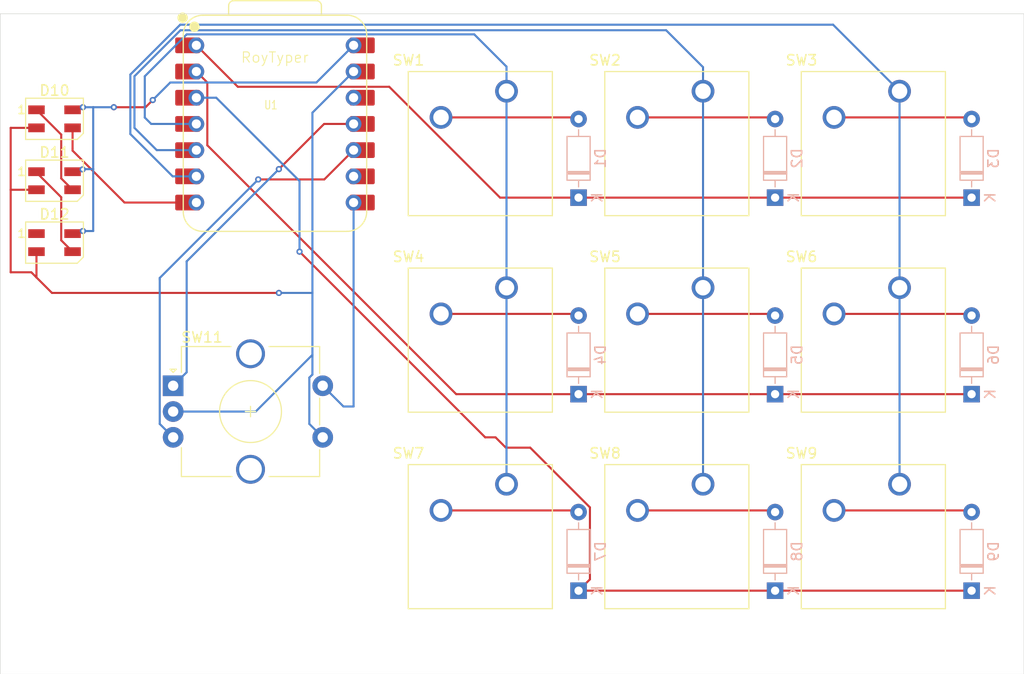
<source format=kicad_pcb>
(kicad_pcb (version 20241229) (generator "pcbnew") (generator_version "9.0")
  (layers (0 "F.Cu" signal) (2 "B.Cu" signal) (13 "F.Paste" user) (15 "B.Paste" user) (5 "F.SilkS" user "F.Silkscreen") (7 "B.SilkS" user "B.Silkscreen") (1 "F.Mask" user) (3 "B.Mask" user) (25 "Edge.Cuts" user))
  (net 0 "")
  (net 1 "Row1")
  (net 2 "Net-(D1-A)")
  (net 3 "Net-(D2-A)")
  (net 4 "Net-(D3-A)")
  (net 5 "Row2")
  (net 6 "Net-(D4-A)")
  (net 7 "Net-(D5-A)")
  (net 8 "Net-(D6-A)")
  (net 9 "Net-(D7-A)")
  (net 10 "Row3")
  (net 11 "Net-(D8-A)")
  (net 12 "Net-(D9-A)")
  (net 13 "Net-(D10-DIN)")
  (net 14 "Net-(D10-DOUT)")
  (net 15 "Col1")
  (net 16 "Col2")
  (net 17 "Col3")
  (net 18 "Net-(U1-GPIO3{slash}MOSI)")
  (net 20 "GND")
  (net 21 "Net-(U1-GPIO4{slash}MISO)")
  (net 22 "Net-(U1-GPIO1{slash}RX)")
  (net 23 "+5V")
  (net 25 "Net-(D11-DOUT)")
  (footprint "3dModels:LED_SK6812MINI_PLCC4_3.5x3.5mm_P1.75mm" (layer "F.Cu") (at 58.475 79.45)
    (property "Reference" "D12" (at 0 -2.75 0) (layer "F.SilkS"))
    (property "Value" "SK6812MINI")
    (fp_line (start -2.8 -2) (end -2.8 2) (stroke (width 0.12)) (layer "F.SilkS"))
    (fp_line (start -2.8 -2) (end 2.8 -2) (stroke (width 0.12)) (layer "F.SilkS"))
    (fp_line (start -2.8 2) (end 2.2 2) (stroke (width 0.12)) (layer "F.SilkS"))
    (fp_line (start 2.8 1.4) (end 2.2 2) (stroke (width 0.12)) (layer "F.SilkS"))
    (fp_line (start 2.8 1.4) (end 2.8 -2) (stroke (width 0.12)) (layer "F.SilkS"))
    (fp_text user "1" (at -3.2 -0.875 0) (layer "F.SilkS") (effects (font (size 0.8 0.8))))
    (pad "1" smd rect (at -1.75 -0.875) (size 1.6 0.85) (layers "F.Cu" "F.Mask" "F.Paste"))
    (pad "2" smd rect (at -1.75 0.875) (size 1.6 0.85) (layers "F.Cu" "F.Mask" "F.Paste") (net 20 "GND"))
    (pad "3" smd rect (at 1.75 0.875) (size 1.6 0.85) (layers "F.Cu" "F.Mask" "F.Paste") (net 25 "Net-(D11-DOUT)"))
    (pad "4" smd rect (at 1.75 -0.875) (size 1.6 0.85) (layers "F.Cu" "F.Mask" "F.Paste") (net 23 "+5V"))
  )
  (footprint "3dModels:SW_Cherry_MX_1.00u_PCB" (layer "F.Cu") (at 140.39 64.77)
    (property "Reference" "SW3" (at -9.5 -3 0) (layer "F.SilkS"))
    (property "Value" "SW_Push_45deg")
    (fp_line (start -9.525 -1.905) (end 4.445 -1.905) (stroke (width 0.12)) (layer "F.SilkS"))
    (fp_line (start -9.525 12.065) (end -9.525 -1.905) (stroke (width 0.12)) (layer "F.SilkS"))
    (fp_line (start 4.445 -1.905) (end 4.445 12.065) (stroke (width 0.12)) (layer "F.SilkS"))
    (fp_line (start 4.445 12.065) (end -9.525 12.065) (stroke (width 0.12)) (layer "F.SilkS"))
    (pad "" np_thru_hole circle (at -7.62 5.08) (size 1.7 1.7) (drill 1.7) (layers "*.Cu" "*.Mask"))
    (pad "" np_thru_hole circle (at -2.54 5.08) (size 4 4) (drill 4) (layers "*.Cu" "*.Mask"))
    (pad "" np_thru_hole circle (at 2.54 5.08) (size 1.7 1.7) (drill 1.7) (layers "*.Cu" "*.Mask"))
    (pad "1" thru_hole circle (at 0 0) (size 2.2 2.2) (drill 1.5) (layers "*.Cu" "*.Mask") (net 17 "Col3"))
    (pad "2" thru_hole circle (at -6.35 2.54) (size 2.2 2.2) (drill 1.5) (layers "*.Cu" "*.Mask") (net 4 "Net-(D3-A)"))
  )
  (footprint "3dModels:SW_Cherry_MX_1.00u_PCB" (layer "F.Cu") (at 140.39 83.82)
    (property "Reference" "SW6" (at -9.5 -3 0) (layer "F.SilkS"))
    (property "Value" "SW_Push_45deg")
    (fp_line (start -9.525 -1.905) (end 4.445 -1.905) (stroke (width 0.12)) (layer "F.SilkS"))
    (fp_line (start -9.525 12.065) (end -9.525 -1.905) (stroke (width 0.12)) (layer "F.SilkS"))
    (fp_line (start 4.445 -1.905) (end 4.445 12.065) (stroke (width 0.12)) (layer "F.SilkS"))
    (fp_line (start 4.445 12.065) (end -9.525 12.065) (stroke (width 0.12)) (layer "F.SilkS"))
    (pad "" np_thru_hole circle (at -7.62 5.08) (size 1.7 1.7) (drill 1.7) (layers "*.Cu" "*.Mask"))
    (pad "" np_thru_hole circle (at -2.54 5.08) (size 4 4) (drill 4) (layers "*.Cu" "*.Mask"))
    (pad "" np_thru_hole circle (at 2.54 5.08) (size 1.7 1.7) (drill 1.7) (layers "*.Cu" "*.Mask"))
    (pad "1" thru_hole circle (at 0 0) (size 2.2 2.2) (drill 1.5) (layers "*.Cu" "*.Mask") (net 17 "Col3"))
    (pad "2" thru_hole circle (at -6.35 2.54) (size 2.2 2.2) (drill 1.5) (layers "*.Cu" "*.Mask") (net 8 "Net-(D6-A)"))
  )
  (footprint "3dModels:SW_Cherry_MX_1.00u_PCB" (layer "F.Cu") (at 102.29 64.77)
    (property "Reference" "SW1" (at -9.5 -3 0) (layer "F.SilkS"))
    (property "Value" "SW_Push_45deg")
    (fp_line (start -9.525 -1.905) (end 4.445 -1.905) (stroke (width 0.12)) (layer "F.SilkS"))
    (fp_line (start -9.525 12.065) (end -9.525 -1.905) (stroke (width 0.12)) (layer "F.SilkS"))
    (fp_line (start 4.445 -1.905) (end 4.445 12.065) (stroke (width 0.12)) (layer "F.SilkS"))
    (fp_line (start 4.445 12.065) (end -9.525 12.065) (stroke (width 0.12)) (layer "F.SilkS"))
    (pad "" np_thru_hole circle (at -7.62 5.08) (size 1.7 1.7) (drill 1.7) (layers "*.Cu" "*.Mask"))
    (pad "" np_thru_hole circle (at -2.54 5.08) (size 4 4) (drill 4) (layers "*.Cu" "*.Mask"))
    (pad "" np_thru_hole circle (at 2.54 5.08) (size 1.7 1.7) (drill 1.7) (layers "*.Cu" "*.Mask"))
    (pad "1" thru_hole circle (at 0 0) (size 2.2 2.2) (drill 1.5) (layers "*.Cu" "*.Mask") (net 15 "Col1"))
    (pad "2" thru_hole circle (at -6.35 2.54) (size 2.2 2.2) (drill 1.5) (layers "*.Cu" "*.Mask") (net 2 "Net-(D1-A)"))
  )
  (footprint "3dModels:SW_Cherry_MX_1.00u_PCB" (layer "F.Cu") (at 102.29 83.82)
    (property "Reference" "SW4" (at -9.5 -3 0) (layer "F.SilkS"))
    (property "Value" "SW_Push_45deg")
    (fp_line (start -9.525 -1.905) (end 4.445 -1.905) (stroke (width 0.12)) (layer "F.SilkS"))
    (fp_line (start -9.525 12.065) (end -9.525 -1.905) (stroke (width 0.12)) (layer "F.SilkS"))
    (fp_line (start 4.445 -1.905) (end 4.445 12.065) (stroke (width 0.12)) (layer "F.SilkS"))
    (fp_line (start 4.445 12.065) (end -9.525 12.065) (stroke (width 0.12)) (layer "F.SilkS"))
    (pad "" np_thru_hole circle (at -7.62 5.08) (size 1.7 1.7) (drill 1.7) (layers "*.Cu" "*.Mask"))
    (pad "" np_thru_hole circle (at -2.54 5.08) (size 4 4) (drill 4) (layers "*.Cu" "*.Mask"))
    (pad "" np_thru_hole circle (at 2.54 5.08) (size 1.7 1.7) (drill 1.7) (layers "*.Cu" "*.Mask"))
    (pad "1" thru_hole circle (at 0 0) (size 2.2 2.2) (drill 1.5) (layers "*.Cu" "*.Mask") (net 15 "Col1"))
    (pad "2" thru_hole circle (at -6.35 2.54) (size 2.2 2.2) (drill 1.5) (layers "*.Cu" "*.Mask") (net 6 "Net-(D4-A)"))
  )
  (footprint "3dModels:SW_Cherry_MX_1.00u_PCB" (layer "F.Cu") (at 121.34 83.82)
    (property "Reference" "SW5" (at -9.5 -3 0) (layer "F.SilkS"))
    (property "Value" "SW_Push_45deg")
    (fp_line (start -9.525 -1.905) (end 4.445 -1.905) (stroke (width 0.12)) (layer "F.SilkS"))
    (fp_line (start -9.525 12.065) (end -9.525 -1.905) (stroke (width 0.12)) (layer "F.SilkS"))
    (fp_line (start 4.445 -1.905) (end 4.445 12.065) (stroke (width 0.12)) (layer "F.SilkS"))
    (fp_line (start 4.445 12.065) (end -9.525 12.065) (stroke (width 0.12)) (layer "F.SilkS"))
    (pad "" np_thru_hole circle (at -7.62 5.08) (size 1.7 1.7) (drill 1.7) (layers "*.Cu" "*.Mask"))
    (pad "" np_thru_hole circle (at -2.54 5.08) (size 4 4) (drill 4) (layers "*.Cu" "*.Mask"))
    (pad "" np_thru_hole circle (at 2.54 5.08) (size 1.7 1.7) (drill 1.7) (layers "*.Cu" "*.Mask"))
    (pad "1" thru_hole circle (at 0 0) (size 2.2 2.2) (drill 1.5) (layers "*.Cu" "*.Mask") (net 16 "Col2"))
    (pad "2" thru_hole circle (at -6.35 2.54) (size 2.2 2.2) (drill 1.5) (layers "*.Cu" "*.Mask") (net 7 "Net-(D5-A)"))
  )
  (footprint "3dModels:SW_Cherry_MX_1.00u_PCB" (layer "F.Cu") (at 121.34 64.77)
    (property "Reference" "SW2" (at -9.5 -3 0) (layer "F.SilkS"))
    (property "Value" "SW_Push_45deg")
    (fp_line (start -9.525 -1.905) (end 4.445 -1.905) (stroke (width 0.12)) (layer "F.SilkS"))
    (fp_line (start -9.525 12.065) (end -9.525 -1.905) (stroke (width 0.12)) (layer "F.SilkS"))
    (fp_line (start 4.445 -1.905) (end 4.445 12.065) (stroke (width 0.12)) (layer "F.SilkS"))
    (fp_line (start 4.445 12.065) (end -9.525 12.065) (stroke (width 0.12)) (layer "F.SilkS"))
    (pad "" np_thru_hole circle (at -7.62 5.08) (size 1.7 1.7) (drill 1.7) (layers "*.Cu" "*.Mask"))
    (pad "" np_thru_hole circle (at -2.54 5.08) (size 4 4) (drill 4) (layers "*.Cu" "*.Mask"))
    (pad "" np_thru_hole circle (at 2.54 5.08) (size 1.7 1.7) (drill 1.7) (layers "*.Cu" "*.Mask"))
    (pad "1" thru_hole circle (at 0 0) (size 2.2 2.2) (drill 1.5) (layers "*.Cu" "*.Mask") (net 16 "Col2"))
    (pad "2" thru_hole circle (at -6.35 2.54) (size 2.2 2.2) (drill 1.5) (layers "*.Cu" "*.Mask") (net 3 "Net-(D2-A)"))
  )
  (footprint "3dModels:RotaryEncoder_Alps_EC12E-Switch_Vertical_H20mm_CircularMountingHoles" (layer "F.Cu") (at 69.975 93.325)
    (property "Reference" "SW11" (at 2.8 -4.7 0) (layer "F.SilkS"))
    (property "Value" "RotaryEncoder_Switch")
    (fp_line (start -0.3 -1.6) (end 0.3 -1.6) (stroke (width 0.12)) (layer "F.SilkS"))
    (fp_line (start 0 -1.3) (end -0.3 -1.6) (stroke (width 0.12)) (layer "F.SilkS"))
    (fp_line (start 0.3 -1.6) (end 0 -1.3) (stroke (width 0.12)) (layer "F.SilkS"))
    (fp_line (start 0.8 -3.8) (end 0.8 -1.3) (stroke (width 0.12)) (layer "F.SilkS"))
    (fp_line (start 0.8 8.8) (end 0.8 6) (stroke (width 0.12)) (layer "F.SilkS"))
    (fp_line (start 5.6 -3.8) (end 0.8 -3.8) (stroke (width 0.12)) (layer "F.SilkS"))
    (fp_line (start 5.7 8.8) (end 0.8 8.8) (stroke (width 0.12)) (layer "F.SilkS"))
    (fp_line (start 7 2.5) (end 8 2.5) (stroke (width 0.12)) (layer "F.SilkS"))
    (fp_line (start 7.5 2) (end 7.5 3) (stroke (width 0.12)) (layer "F.SilkS"))
    (fp_line (start 9.3 -3.8) (end 14.2 -3.8) (stroke (width 0.12)) (layer "F.SilkS"))
    (fp_line (start 14.2 -3.8) (end 14.2 -1.2) (stroke (width 0.12)) (layer "F.SilkS"))
    (fp_line (start 14.2 1.2) (end 14.2 3.8) (stroke (width 0.12)) (layer "F.SilkS"))
    (fp_line (start 14.2 6.2) (end 14.2 8.8) (stroke (width 0.12)) (layer "F.SilkS"))
    (fp_line (start 14.2 8.8) (end 9.3 8.8) (stroke (width 0.12)) (layer "F.SilkS"))
    (fp_circle (center 7.5 2.5) (end 10.5 2.5) (stroke (width 0.12)) (fill no) (layer "F.SilkS"))
    (pad "A" thru_hole rect (at 0 0) (size 2 2) (drill 1) (layers "*.Cu" "*.Mask") (net 18 "Net-(U1-GPIO3{slash}MOSI)"))
    (pad "B" thru_hole circle (at 0 5) (size 2 2) (drill 1) (layers "*.Cu" "*.Mask") (net 21 "Net-(U1-GPIO4{slash}MISO)"))
    (pad "C" thru_hole circle (at 0 2.5) (size 2 2) (drill 1) (layers "*.Cu" "*.Mask") (net 20 "GND"))
    (pad "MP" thru_hole circle (at 7.5 -3.1) (size 2.8 2.8) (drill 2.2) (layers "*.Cu" "*.Mask"))
    (pad "MP" thru_hole circle (at 7.5 8.1) (size 2.8 2.8) (drill 2.2) (layers "*.Cu" "*.Mask"))
    (pad "S1" thru_hole circle (at 14.5 0) (size 2 2) (drill 1) (layers "*.Cu" "*.Mask") (net 22 "Net-(U1-GPIO1{slash}RX)"))
    (pad "S2" thru_hole circle (at 14.5 5) (size 2 2) (drill 1) (layers "*.Cu" "*.Mask") (net 20 "GND"))
  )
  (footprint "3dModels:SW_Cherry_MX_1.00u_PCB" (layer "F.Cu") (at 140.39 102.87)
    (property "Reference" "SW9" (at -9.5 -3 0) (layer "F.SilkS"))
    (property "Value" "SW_Push_45deg")
    (fp_line (start -9.525 -1.905) (end 4.445 -1.905) (stroke (width 0.12)) (layer "F.SilkS"))
    (fp_line (start -9.525 12.065) (end -9.525 -1.905) (stroke (width 0.12)) (layer "F.SilkS"))
    (fp_line (start 4.445 -1.905) (end 4.445 12.065) (stroke (width 0.12)) (layer "F.SilkS"))
    (fp_line (start 4.445 12.065) (end -9.525 12.065) (stroke (width 0.12)) (layer "F.SilkS"))
    (pad "" np_thru_hole circle (at -7.62 5.08) (size 1.7 1.7) (drill 1.7) (layers "*.Cu" "*.Mask"))
    (pad "" np_thru_hole circle (at -2.54 5.08) (size 4 4) (drill 4) (layers "*.Cu" "*.Mask"))
    (pad "" np_thru_hole circle (at 2.54 5.08) (size 1.7 1.7) (drill 1.7) (layers "*.Cu" "*.Mask"))
    (pad "1" thru_hole circle (at 0 0) (size 2.2 2.2) (drill 1.5) (layers "*.Cu" "*.Mask") (net 17 "Col3"))
    (pad "2" thru_hole circle (at -6.35 2.54) (size 2.2 2.2) (drill 1.5) (layers "*.Cu" "*.Mask") (net 12 "Net-(D9-A)"))
  )
  (footprint "3dModels:SW_Cherry_MX_1.00u_PCB" (layer "F.Cu") (at 102.29 102.87)
    (property "Reference" "SW7" (at -9.5 -3 0) (layer "F.SilkS"))
    (property "Value" "SW_Push_45deg")
    (fp_line (start -9.525 -1.905) (end 4.445 -1.905) (stroke (width 0.12)) (layer "F.SilkS"))
    (fp_line (start -9.525 12.065) (end -9.525 -1.905) (stroke (width 0.12)) (layer "F.SilkS"))
    (fp_line (start 4.445 -1.905) (end 4.445 12.065) (stroke (width 0.12)) (layer "F.SilkS"))
    (fp_line (start 4.445 12.065) (end -9.525 12.065) (stroke (width 0.12)) (layer "F.SilkS"))
    (pad "" np_thru_hole circle (at -7.62 5.08) (size 1.7 1.7) (drill 1.7) (layers "*.Cu" "*.Mask"))
    (pad "" np_thru_hole circle (at -2.54 5.08) (size 4 4) (drill 4) (layers "*.Cu" "*.Mask"))
    (pad "" np_thru_hole circle (at 2.54 5.08) (size 1.7 1.7) (drill 1.7) (layers "*.Cu" "*.Mask"))
    (pad "1" thru_hole circle (at 0 0) (size 2.2 2.2) (drill 1.5) (layers "*.Cu" "*.Mask") (net 15 "Col1"))
    (pad "2" thru_hole circle (at -6.35 2.54) (size 2.2 2.2) (drill 1.5) (layers "*.Cu" "*.Mask") (net 9 "Net-(D7-A)"))
  )
  (footprint "3dModels:LED_SK6812MINI_PLCC4_3.5x3.5mm_P1.75mm" (layer "F.Cu") (at 58.475 73.45)
    (property "Reference" "D11" (at 0 -2.75 0) (layer "F.SilkS"))
    (property "Value" "SK6812MINI")
    (fp_line (start -2.8 -2) (end -2.8 2) (stroke (width 0.12)) (layer "F.SilkS"))
    (fp_line (start -2.8 -2) (end 2.8 -2) (stroke (width 0.12)) (layer "F.SilkS"))
    (fp_line (start -2.8 2) (end 2.2 2) (stroke (width 0.12)) (layer "F.SilkS"))
    (fp_line (start 2.8 1.4) (end 2.2 2) (stroke (width 0.12)) (layer "F.SilkS"))
    (fp_line (start 2.8 1.4) (end 2.8 -2) (stroke (width 0.12)) (layer "F.SilkS"))
    (fp_text user "1" (at -3.2 -0.875 0) (layer "F.SilkS") (effects (font (size 0.8 0.8))))
    (pad "1" smd rect (at -1.75 -0.875) (size 1.6 0.85) (layers "F.Cu" "F.Mask" "F.Paste") (net 25 "Net-(D11-DOUT)"))
    (pad "2" smd rect (at -1.75 0.875) (size 1.6 0.85) (layers "F.Cu" "F.Mask" "F.Paste") (net 20 "GND"))
    (pad "3" smd rect (at 1.75 0.875) (size 1.6 0.85) (layers "F.Cu" "F.Mask" "F.Paste") (net 14 "Net-(D10-DOUT)"))
    (pad "4" smd rect (at 1.75 -0.875) (size 1.6 0.85) (layers "F.Cu" "F.Mask" "F.Paste") (net 23 "+5V"))
  )
  (footprint "3dModels:SW_Cherry_MX_1.00u_PCB" (layer "F.Cu") (at 121.34 102.87)
    (property "Reference" "SW8" (at -9.5 -3 0) (layer "F.SilkS"))
    (property "Value" "SW_Push_45deg")
    (fp_line (start -9.525 -1.905) (end 4.445 -1.905) (stroke (width 0.12)) (layer "F.SilkS"))
    (fp_line (start -9.525 12.065) (end -9.525 -1.905) (stroke (width 0.12)) (layer "F.SilkS"))
    (fp_line (start 4.445 -1.905) (end 4.445 12.065) (stroke (width 0.12)) (layer "F.SilkS"))
    (fp_line (start 4.445 12.065) (end -9.525 12.065) (stroke (width 0.12)) (layer "F.SilkS"))
    (pad "" np_thru_hole circle (at -7.62 5.08) (size 1.7 1.7) (drill 1.7) (layers "*.Cu" "*.Mask"))
    (pad "" np_thru_hole circle (at -2.54 5.08) (size 4 4) (drill 4) (layers "*.Cu" "*.Mask"))
    (pad "" np_thru_hole circle (at 2.54 5.08) (size 1.7 1.7) (drill 1.7) (layers "*.Cu" "*.Mask"))
    (pad "1" thru_hole circle (at 0 0) (size 2.2 2.2) (drill 1.5) (layers "*.Cu" "*.Mask") (net 16 "Col2"))
    (pad "2" thru_hole circle (at -6.35 2.54) (size 2.2 2.2) (drill 1.5) (layers "*.Cu" "*.Mask") (net 11 "Net-(D8-A)"))
  )
  (footprint "3dModels:LED_SK6812MINI_PLCC4_3.5x3.5mm_P1.75mm" (layer "F.Cu") (at 58.475 67.45)
    (property "Reference" "D10" (at 0 -2.75 0) (layer "F.SilkS"))
    (property "Value" "SK6812MINI")
    (fp_line (start -2.8 -2) (end -2.8 2) (stroke (width 0.12)) (layer "F.SilkS"))
    (fp_line (start -2.8 -2) (end 2.8 -2) (stroke (width 0.12)) (layer "F.SilkS"))
    (fp_line (start -2.8 2) (end 2.2 2) (stroke (width 0.12)) (layer "F.SilkS"))
    (fp_line (start 2.8 1.4) (end 2.2 2) (stroke (width 0.12)) (layer "F.SilkS"))
    (fp_line (start 2.8 1.4) (end 2.8 -2) (stroke (width 0.12)) (layer "F.SilkS"))
    (fp_text user "1" (at -3.2 -0.875 0) (layer "F.SilkS") (effects (font (size 0.8 0.8))))
    (pad "1" smd rect (at -1.75 -0.875) (size 1.6 0.85) (layers "F.Cu" "F.Mask" "F.Paste") (net 14 "Net-(D10-DOUT)"))
    (pad "2" smd rect (at -1.75 0.875) (size 1.6 0.85) (layers "F.Cu" "F.Mask" "F.Paste") (net 20 "GND"))
    (pad "3" smd rect (at 1.75 0.875) (size 1.6 0.85) (layers "F.Cu" "F.Mask" "F.Paste") (net 13 "Net-(D10-DIN)"))
    (pad "4" smd rect (at 1.75 -0.875) (size 1.6 0.85) (layers "F.Cu" "F.Mask" "F.Paste") (net 23 "+5V"))
  )
  (footprint "3dModels:XIAO-RP2040-DIP" (layer "F.Cu") (at 79.845 67.945)
    (property "Reference" "U1" (at -0.4 -1.83 0) (layer "F.SilkS") (effects (font (size 0.82 0.635) (thickness 0.1016))))
    (property "Value" "XIAO-RP2040-DIP")
    (fp_line (start -8.89 8.509) (end -8.89 -8.636) (stroke (width 0.127)) (layer "F.SilkS"))
    (fp_line (start -6.985 10.414) (end 6.985 10.414) (stroke (width 0.127)) (layer "F.SilkS"))
    (fp_line (start -4.495 -10.541) (end -4.491272 -11.451272) (stroke (width 0.127)) (layer "F.SilkS"))
    (fp_line (start -3.991272 -11.951) (end 4.004 -11.951) (stroke (width 0.127)) (layer "F.SilkS"))
    (fp_line (start 4.504 -11.451) (end 4.504 -10.541) (stroke (width 0.127)) (layer "F.SilkS"))
    (fp_line (start 6.985 -10.541) (end -6.985 -10.541) (stroke (width 0.1)) (layer "F.SilkS"))
    (fp_line (start 6.985 -10.541) (end -6.985 -10.541) (stroke (width 0.127)) (layer "F.SilkS"))
    (fp_line (start 8.89 8.509) (end 8.89 -8.636) (stroke (width 0.127)) (layer "F.SilkS"))
    (fp_arc (start -8.89 -8.636) (mid -8.332038 -9.983038) (end -6.985 -10.541) (stroke (width 0.127)) (layer "F.SilkS"))
    (fp_arc (start -6.985 10.414) (mid -8.332038 9.856038) (end -8.89 8.509) (stroke (width 0.127)) (layer "F.SilkS"))
    (fp_arc (start -4.491272 -11.451272) (mid -4.344724 -11.804644) (end -3.991272 -11.951) (stroke (width 0.127)) (layer "F.SilkS"))
    (fp_arc (start 4.004 -11.951) (mid 4.357553 -11.804553) (end 4.504 -11.451) (stroke (width 0.127)) (layer "F.SilkS"))
    (fp_arc (start 6.985 -10.541) (mid 8.332038 -9.983038) (end 8.89 -8.636) (stroke (width 0.127)) (layer "F.SilkS"))
    (fp_arc (start 8.89 8.509) (mid 8.332038 9.856038) (end 6.985 10.414) (stroke (width 0.127)) (layer "F.SilkS"))
    (fp_circle (center -8.95 -10.3) (end -8.95 -10.554) (stroke (width 0.5)) (fill yes) (layer "F.SilkS"))
    (fp_circle (center -7.807 -9.42) (end -7.807 -9.674) (stroke (width 0.5)) (fill yes) (layer "F.SilkS"))
    (pad "1" smd roundrect (at -8.455 -7.62 180) (size 2.432 1.524) (layers "F.Cu" "F.Mask") (roundrect_rratio 0.1) (net 1 "Row1"))
    (pad "1" thru_hole circle (at -7.62 -7.62 180) (size 1.524 1.524) (drill 0.889) (layers "*.Cu" "*.Mask") (net 1 "Row1"))
    (pad "2" smd roundrect (at -8.455 -5.08 180) (size 2.432 1.524) (layers "F.Cu" "F.Mask") (roundrect_rratio 0.1) (net 5 "Row2"))
    (pad "2" thru_hole circle (at -7.62 -5.08 180) (size 1.524 1.524) (drill 0.889) (layers "*.Cu" "*.Mask") (net 5 "Row2"))
    (pad "3" smd roundrect (at -8.455 -2.54 180) (size 2.432 1.524) (layers "F.Cu" "F.Mask") (roundrect_rratio 0.1) (net 10 "Row3"))
    (pad "3" thru_hole circle (at -7.62 -2.54 180) (size 1.524 1.524) (drill 0.889) (layers "*.Cu" "*.Mask") (net 10 "Row3"))
    (pad "4" smd roundrect (at -8.455 0 180) (size 2.432 1.524) (layers "F.Cu" "F.Mask") (roundrect_rratio 0.1) (net 15 "Col1"))
    (pad "4" thru_hole circle (at -7.62 0 180) (size 1.524 1.524) (drill 0.889) (layers "*.Cu" "*.Mask") (net 15 "Col1"))
    (pad "5" smd roundrect (at -8.455 2.54 180) (size 2.432 1.524) (layers "F.Cu" "F.Mask") (roundrect_rratio 0.1) (net 16 "Col2"))
    (pad "5" thru_hole circle (at -7.62 2.54 180) (size 1.524 1.524) (drill 0.889) (layers "*.Cu" "*.Mask") (net 16 "Col2"))
    (pad "6" smd roundrect (at -8.455 5.08 180) (size 2.432 1.524) (layers "F.Cu" "F.Mask") (roundrect_rratio 0.1) (net 17 "Col3"))
    (pad "6" thru_hole circle (at -7.62 5.08 180) (size 1.524 1.524) (drill 0.889) (layers "*.Cu" "*.Mask") (net 17 "Col3"))
    (pad "7" smd roundrect (at -8.455 7.62 180) (size 2.432 1.524) (layers "F.Cu" "F.Mask") (roundrect_rratio 0.1) (net 13 "Net-(D10-DIN)"))
    (pad "7" thru_hole circle (at -7.62 7.62 180) (size 1.524 1.524) (drill 0.889) (layers "*.Cu" "*.Mask") (net 13 "Net-(D10-DIN)"))
    (pad "8" thru_hole circle (at 7.62 7.62) (size 1.524 1.524) (drill 0.889) (layers "*.Cu" "*.Mask") (net 22 "Net-(U1-GPIO1{slash}RX)"))
    (pad "8" smd roundrect (at 8.455 7.62) (size 2.432 1.524) (layers "F.Cu" "F.Mask") (roundrect_rratio 0.1) (net 22 "Net-(U1-GPIO1{slash}RX)"))
    (pad "9" thru_hole circle (at 7.62 5.08) (size 1.524 1.524) (drill 0.889) (layers "*.Cu" "*.Mask"))
    (pad "9" smd roundrect (at 8.455 5.08) (size 2.432 1.524) (layers "F.Cu" "F.Mask") (roundrect_rratio 0.1))
    (pad "10" thru_hole circle (at 7.62 2.54) (size 1.524 1.524) (drill 0.889) (layers "*.Cu" "*.Mask") (net 21 "Net-(U1-GPIO4{slash}MISO)"))
    (pad "10" smd roundrect (at 8.455 2.54) (size 2.432 1.524) (layers "F.Cu" "F.Mask") (roundrect_rratio 0.1) (net 21 "Net-(U1-GPIO4{slash}MISO)"))
    (pad "11" thru_hole circle (at 7.62 0) (size 1.524 1.524) (drill 0.889) (layers "*.Cu" "*.Mask") (net 18 "Net-(U1-GPIO3{slash}MOSI)"))
    (pad "11" smd roundrect (at 8.455 0) (size 2.432 1.524) (layers "F.Cu" "F.Mask") (roundrect_rratio 0.1) (net 18 "Net-(U1-GPIO3{slash}MOSI)"))
    (pad "12" thru_hole circle (at 7.62 -2.54) (size 1.524 1.524) (drill 0.889) (layers "*.Cu" "*.Mask"))
    (pad "12" smd roundrect (at 8.455 -2.54) (size 2.432 1.524) (layers "F.Cu" "F.Mask") (roundrect_rratio 0.1))
    (pad "13" thru_hole circle (at 7.62 -5.08) (size 1.524 1.524) (drill 0.889) (layers "*.Cu" "*.Mask") (net 20 "GND"))
    (pad "13" smd roundrect (at 8.455 -5.08) (size 2.432 1.524) (layers "F.Cu" "F.Mask") (roundrect_rratio 0.1) (net 20 "GND"))
    (pad "14" thru_hole circle (at 7.62 -7.62) (size 1.524 1.524) (drill 0.889) (layers "*.Cu" "*.Mask") (net 23 "+5V"))
    (pad "14" smd roundrect (at 8.455 -7.62) (size 2.432 1.524) (layers "F.Cu" "F.Mask") (roundrect_rratio 0.1) (net 23 "+5V"))
  )
  (footprint "Diode_THT:D_DO-35_SOD27_P7.62mm_Horizontal" (layer "B.Cu") (at 128.325 113.18875 90)
    (property "Reference" "D8" (at 3.81 2.12 270) (layer "B.SilkS") (effects (justify mirror)))
    (property "Value" "Diode")
    (fp_line (start 5.93 -1.12) (end 1.69 -1.12) (stroke (width 0.12)) (layer "B.SilkS"))
    (fp_line (start 2.53 -1.12) (end 2.53 1.12) (stroke (width 0.12)) (layer "B.SilkS"))
    (fp_line (start 2.41 -1.12) (end 2.41 1.12) (stroke (width 0.12)) (layer "B.SilkS"))
    (fp_line (start 2.29 -1.12) (end 2.29 1.12) (stroke (width 0.12)) (layer "B.SilkS"))
    (fp_line (start 1.69 -1.12) (end 1.69 1.12) (stroke (width 0.12)) (layer "B.SilkS"))
    (fp_line (start 5.93 0) (end 6.58 0) (stroke (width 0.12)) (layer "B.SilkS"))
    (fp_line (start 1.69 0) (end 1.04 0) (stroke (width 0.12)) (layer "B.SilkS"))
    (fp_line (start 5.93 1.12) (end 5.93 -1.12) (stroke (width 0.12)) (layer "B.SilkS"))
    (fp_line (start 1.69 1.12) (end 5.93 1.12) (stroke (width 0.12)) (layer "B.SilkS"))
    (fp_text user "K" (at 0 1.8 270) (layer "B.SilkS") (effects (justify mirror)))
    (pad "1" thru_hole rect (at 0 0 90) (size 1.6 1.6) (drill 0.8) (layers "*.Cu" "*.Mask") (net 10 "Row3"))
    (pad "2" thru_hole oval (at 7.62 0 90) (size 1.6 1.6) (drill 0.8) (layers "*.Cu" "*.Mask") (net 11 "Net-(D8-A)"))
  )
  (footprint "Diode_THT:D_DO-35_SOD27_P7.62mm_Horizontal" (layer "B.Cu") (at 109.275 113.18875 90)
    (property "Reference" "D7" (at 3.81 2.12 270) (layer "B.SilkS") (effects (justify mirror)))
    (property "Value" "Diode")
    (fp_line (start 5.93 -1.12) (end 1.69 -1.12) (stroke (width 0.12)) (layer "B.SilkS"))
    (fp_line (start 2.53 -1.12) (end 2.53 1.12) (stroke (width 0.12)) (layer "B.SilkS"))
    (fp_line (start 2.41 -1.12) (end 2.41 1.12) (stroke (width 0.12)) (layer "B.SilkS"))
    (fp_line (start 2.29 -1.12) (end 2.29 1.12) (stroke (width 0.12)) (layer "B.SilkS"))
    (fp_line (start 1.69 -1.12) (end 1.69 1.12) (stroke (width 0.12)) (layer "B.SilkS"))
    (fp_line (start 5.93 0) (end 6.58 0) (stroke (width 0.12)) (layer "B.SilkS"))
    (fp_line (start 1.69 0) (end 1.04 0) (stroke (width 0.12)) (layer "B.SilkS"))
    (fp_line (start 5.93 1.12) (end 5.93 -1.12) (stroke (width 0.12)) (layer "B.SilkS"))
    (fp_line (start 1.69 1.12) (end 5.93 1.12) (stroke (width 0.12)) (layer "B.SilkS"))
    (fp_text user "K" (at 0 1.8 270) (layer "B.SilkS") (effects (justify mirror)))
    (pad "1" thru_hole rect (at 0 0 90) (size 1.6 1.6) (drill 0.8) (layers "*.Cu" "*.Mask") (net 10 "Row3"))
    (pad "2" thru_hole oval (at 7.62 0 90) (size 1.6 1.6) (drill 0.8) (layers "*.Cu" "*.Mask") (net 9 "Net-(D7-A)"))
  )
  (footprint "Diode_THT:D_DO-35_SOD27_P7.62mm_Horizontal" (layer "B.Cu") (at 147.375 75.08875 90)
    (property "Reference" "D3" (at 3.81 2.12 270) (layer "B.SilkS") (effects (justify mirror)))
    (property "Value" "Diode")
    (fp_line (start 5.93 -1.12) (end 1.69 -1.12) (stroke (width 0.12)) (layer "B.SilkS"))
    (fp_line (start 2.53 -1.12) (end 2.53 1.12) (stroke (width 0.12)) (layer "B.SilkS"))
    (fp_line (start 2.41 -1.12) (end 2.41 1.12) (stroke (width 0.12)) (layer "B.SilkS"))
    (fp_line (start 2.29 -1.12) (end 2.29 1.12) (stroke (width 0.12)) (layer "B.SilkS"))
    (fp_line (start 1.69 -1.12) (end 1.69 1.12) (stroke (width 0.12)) (layer "B.SilkS"))
    (fp_line (start 5.93 0) (end 6.58 0) (stroke (width 0.12)) (layer "B.SilkS"))
    (fp_line (start 1.69 0) (end 1.04 0) (stroke (width 0.12)) (layer "B.SilkS"))
    (fp_line (start 5.93 1.12) (end 5.93 -1.12) (stroke (width 0.12)) (layer "B.SilkS"))
    (fp_line (start 1.69 1.12) (end 5.93 1.12) (stroke (width 0.12)) (layer "B.SilkS"))
    (fp_text user "K" (at 0 1.8 270) (layer "B.SilkS") (effects (justify mirror)))
    (pad "1" thru_hole rect (at 0 0 90) (size 1.6 1.6) (drill 0.8) (layers "*.Cu" "*.Mask") (net 1 "Row1"))
    (pad "2" thru_hole oval (at 7.62 0 90) (size 1.6 1.6) (drill 0.8) (layers "*.Cu" "*.Mask") (net 4 "Net-(D3-A)"))
  )
  (footprint "Diode_THT:D_DO-35_SOD27_P7.62mm_Horizontal" (layer "B.Cu") (at 147.375 113.18875 90)
    (property "Reference" "D9" (at 3.81 2.12 270) (layer "B.SilkS") (effects (justify mirror)))
    (property "Value" "Diode")
    (fp_line (start 5.93 -1.12) (end 1.69 -1.12) (stroke (width 0.12)) (layer "B.SilkS"))
    (fp_line (start 2.53 -1.12) (end 2.53 1.12) (stroke (width 0.12)) (layer "B.SilkS"))
    (fp_line (start 2.41 -1.12) (end 2.41 1.12) (stroke (width 0.12)) (layer "B.SilkS"))
    (fp_line (start 2.29 -1.12) (end 2.29 1.12) (stroke (width 0.12)) (layer "B.SilkS"))
    (fp_line (start 1.69 -1.12) (end 1.69 1.12) (stroke (width 0.12)) (layer "B.SilkS"))
    (fp_line (start 5.93 0) (end 6.58 0) (stroke (width 0.12)) (layer "B.SilkS"))
    (fp_line (start 1.69 0) (end 1.04 0) (stroke (width 0.12)) (layer "B.SilkS"))
    (fp_line (start 5.93 1.12) (end 5.93 -1.12) (stroke (width 0.12)) (layer "B.SilkS"))
    (fp_line (start 1.69 1.12) (end 5.93 1.12) (stroke (width 0.12)) (layer "B.SilkS"))
    (fp_text user "K" (at 0 1.8 270) (layer "B.SilkS") (effects (justify mirror)))
    (pad "1" thru_hole rect (at 0 0 90) (size 1.6 1.6) (drill 0.8) (layers "*.Cu" "*.Mask") (net 10 "Row3"))
    (pad "2" thru_hole oval (at 7.62 0 90) (size 1.6 1.6) (drill 0.8) (layers "*.Cu" "*.Mask") (net 12 "Net-(D9-A)"))
  )
  (footprint "Diode_THT:D_DO-35_SOD27_P7.62mm_Horizontal" (layer "B.Cu") (at 147.375 94.13875 90)
    (property "Reference" "D6" (at 3.81 2.12 270) (layer "B.SilkS") (effects (justify mirror)))
    (property "Value" "Diode")
    (fp_line (start 5.93 -1.12) (end 1.69 -1.12) (stroke (width 0.12)) (layer "B.SilkS"))
    (fp_line (start 2.53 -1.12) (end 2.53 1.12) (stroke (width 0.12)) (layer "B.SilkS"))
    (fp_line (start 2.41 -1.12) (end 2.41 1.12) (stroke (width 0.12)) (layer "B.SilkS"))
    (fp_line (start 2.29 -1.12) (end 2.29 1.12) (stroke (width 0.12)) (layer "B.SilkS"))
    (fp_line (start 1.69 -1.12) (end 1.69 1.12) (stroke (width 0.12)) (layer "B.SilkS"))
    (fp_line (start 5.93 0) (end 6.58 0) (stroke (width 0.12)) (layer "B.SilkS"))
    (fp_line (start 1.69 0) (end 1.04 0) (stroke (width 0.12)) (layer "B.SilkS"))
    (fp_line (start 5.93 1.12) (end 5.93 -1.12) (stroke (width 0.12)) (layer "B.SilkS"))
    (fp_line (start 1.69 1.12) (end 5.93 1.12) (stroke (width 0.12)) (layer "B.SilkS"))
    (fp_text user "K" (at 0 1.8 270) (layer "B.SilkS") (effects (justify mirror)))
    (pad "1" thru_hole rect (at 0 0 90) (size 1.6 1.6) (drill 0.8) (layers "*.Cu" "*.Mask") (net 5 "Row2"))
    (pad "2" thru_hole oval (at 7.62 0 90) (size 1.6 1.6) (drill 0.8) (layers "*.Cu" "*.Mask") (net 8 "Net-(D6-A)"))
  )
  (footprint "Diode_THT:D_DO-35_SOD27_P7.62mm_Horizontal" (layer "B.Cu") (at 128.325 75.08875 90)
    (property "Reference" "D2" (at 3.81 2.12 270) (layer "B.SilkS") (effects (justify mirror)))
    (property "Value" "Diode")
    (fp_line (start 5.93 -1.12) (end 1.69 -1.12) (stroke (width 0.12)) (layer "B.SilkS"))
    (fp_line (start 2.53 -1.12) (end 2.53 1.12) (stroke (width 0.12)) (layer "B.SilkS"))
    (fp_line (start 2.41 -1.12) (end 2.41 1.12) (stroke (width 0.12)) (layer "B.SilkS"))
    (fp_line (start 2.29 -1.12) (end 2.29 1.12) (stroke (width 0.12)) (layer "B.SilkS"))
    (fp_line (start 1.69 -1.12) (end 1.69 1.12) (stroke (width 0.12)) (layer "B.SilkS"))
    (fp_line (start 5.93 0) (end 6.58 0) (stroke (width 0.12)) (layer "B.SilkS"))
    (fp_line (start 1.69 0) (end 1.04 0) (stroke (width 0.12)) (layer "B.SilkS"))
    (fp_line (start 5.93 1.12) (end 5.93 -1.12) (stroke (width 0.12)) (layer "B.SilkS"))
    (fp_line (start 1.69 1.12) (end 5.93 1.12) (stroke (width 0.12)) (layer "B.SilkS"))
    (fp_text user "K" (at 0 1.8 270) (layer "B.SilkS") (effects (justify mirror)))
    (pad "1" thru_hole rect (at 0 0 90) (size 1.6 1.6) (drill 0.8) (layers "*.Cu" "*.Mask") (net 1 "Row1"))
    (pad "2" thru_hole oval (at 7.62 0 90) (size 1.6 1.6) (drill 0.8) (layers "*.Cu" "*.Mask") (net 3 "Net-(D2-A)"))
  )
  (footprint "Diode_THT:D_DO-35_SOD27_P7.62mm_Horizontal" (layer "B.Cu") (at 128.325 94.13875 90)
    (property "Reference" "D5" (at 3.81 2.12 270) (layer "B.SilkS") (effects (justify mirror)))
    (property "Value" "Diode")
    (fp_line (start 5.93 -1.12) (end 1.69 -1.12) (stroke (width 0.12)) (layer "B.SilkS"))
    (fp_line (start 2.53 -1.12) (end 2.53 1.12) (stroke (width 0.12)) (layer "B.SilkS"))
    (fp_line (start 2.41 -1.12) (end 2.41 1.12) (stroke (width 0.12)) (layer "B.SilkS"))
    (fp_line (start 2.29 -1.12) (end 2.29 1.12) (stroke (width 0.12)) (layer "B.SilkS"))
    (fp_line (start 1.69 -1.12) (end 1.69 1.12) (stroke (width 0.12)) (layer "B.SilkS"))
    (fp_line (start 5.93 0) (end 6.58 0) (stroke (width 0.12)) (layer "B.SilkS"))
    (fp_line (start 1.69 0) (end 1.04 0) (stroke (width 0.12)) (layer "B.SilkS"))
    (fp_line (start 5.93 1.12) (end 5.93 -1.12) (stroke (width 0.12)) (layer "B.SilkS"))
    (fp_line (start 1.69 1.12) (end 5.93 1.12) (stroke (width 0.12)) (layer "B.SilkS"))
    (fp_text user "K" (at 0 1.8 270) (layer "B.SilkS") (effects (justify mirror)))
    (pad "1" thru_hole rect (at 0 0 90) (size 1.6 1.6) (drill 0.8) (layers "*.Cu" "*.Mask") (net 5 "Row2"))
    (pad "2" thru_hole oval (at 7.62 0 90) (size 1.6 1.6) (drill 0.8) (layers "*.Cu" "*.Mask") (net 7 "Net-(D5-A)"))
  )
  (footprint "Diode_THT:D_DO-35_SOD27_P7.62mm_Horizontal" (layer "B.Cu") (at 109.275 75.08875 90)
    (property "Reference" "D1" (at 3.81 2.12 270) (layer "B.SilkS") (effects (justify mirror)))
    (property "Value" "Diode")
    (fp_line (start 5.93 -1.12) (end 1.69 -1.12) (stroke (width 0.12)) (layer "B.SilkS"))
    (fp_line (start 2.53 -1.12) (end 2.53 1.12) (stroke (width 0.12)) (layer "B.SilkS"))
    (fp_line (start 2.41 -1.12) (end 2.41 1.12) (stroke (width 0.12)) (layer "B.SilkS"))
    (fp_line (start 2.29 -1.12) (end 2.29 1.12) (stroke (width 0.12)) (layer "B.SilkS"))
    (fp_line (start 1.69 -1.12) (end 1.69 1.12) (stroke (width 0.12)) (layer "B.SilkS"))
    (fp_line (start 5.93 0) (end 6.58 0) (stroke (width 0.12)) (layer "B.SilkS"))
    (fp_line (start 1.69 0) (end 1.04 0) (stroke (width 0.12)) (layer "B.SilkS"))
    (fp_line (start 5.93 1.12) (end 5.93 -1.12) (stroke (width 0.12)) (layer "B.SilkS"))
    (fp_line (start 1.69 1.12) (end 5.93 1.12) (stroke (width 0.12)) (layer "B.SilkS"))
    (fp_text user "K" (at 0 1.8 270) (layer "B.SilkS") (effects (justify mirror)))
    (pad "1" thru_hole rect (at 0 0 90) (size 1.6 1.6) (drill 0.8) (layers "*.Cu" "*.Mask") (net 1 "Row1"))
    (pad "2" thru_hole oval (at 7.62 0 90) (size 1.6 1.6) (drill 0.8) (layers "*.Cu" "*.Mask") (net 2 "Net-(D1-A)"))
  )
  (footprint "Diode_THT:D_DO-35_SOD27_P7.62mm_Horizontal" (layer "B.Cu") (at 109.275 94.13875 90)
    (property "Reference" "D4" (at 3.81 2.12 270) (layer "B.SilkS") (effects (justify mirror)))
    (property "Value" "Diode")
    (fp_line (start 5.93 -1.12) (end 1.69 -1.12) (stroke (width 0.12)) (layer "B.SilkS"))
    (fp_line (start 2.53 -1.12) (end 2.53 1.12) (stroke (width 0.12)) (layer "B.SilkS"))
    (fp_line (start 2.41 -1.12) (end 2.41 1.12) (stroke (width 0.12)) (layer "B.SilkS"))
    (fp_line (start 2.29 -1.12) (end 2.29 1.12) (stroke (width 0.12)) (layer "B.SilkS"))
    (fp_line (start 1.69 -1.12) (end 1.69 1.12) (stroke (width 0.12)) (layer "B.SilkS"))
    (fp_line (start 5.93 0) (end 6.58 0) (stroke (width 0.12)) (layer "B.SilkS"))
    (fp_line (start 1.69 0) (end 1.04 0) (stroke (width 0.12)) (layer "B.SilkS"))
    (fp_line (start 5.93 1.12) (end 5.93 -1.12) (stroke (width 0.12)) (layer "B.SilkS"))
    (fp_line (start 1.69 1.12) (end 5.93 1.12) (stroke (width 0.12)) (layer "B.SilkS"))
    (fp_text user "K" (at 0 1.8 270) (layer "B.SilkS") (effects (justify mirror)))
    (pad "1" thru_hole rect (at 0 0 90) (size 1.6 1.6) (drill 0.8) (layers "*.Cu" "*.Mask") (net 5 "Row2"))
    (pad "2" thru_hole oval (at 7.62 0 90) (size 1.6 1.6) (drill 0.8) (layers "*.Cu" "*.Mask") (net 6 "Net-(D4-A)"))
  )
  (gr_rect (start 53.215 57.265) (end 152.445 121.285) (stroke (width 0.05)) (fill no) (layer "Edge.Cuts"))
  (gr_text "RoyTyper" (at 76.485 62.085 0) (layer "F.SilkS") (effects (font (size 1 1) (thickness 0.1)) (justify left bottom)))
  (segment (start 76.243 64.343) (end 72.225 60.325) (width 0.2) (layer "F.Cu") (net 1))
  (segment (start 109.275 75.08875) (end 101.665348 75.08875) (width 0.2) (layer "F.Cu") (net 1))
  (segment (start 101.665348 75.08875) (end 90.919598 64.343) (width 0.2) (layer "F.Cu") (net 1))
  (segment (start 90.919598 64.343) (end 76.243 64.343) (width 0.2) (layer "F.Cu") (net 1))
  (segment (start 109.275 75.08875) (end 147.375 75.08875) (width 0.2) (layer "F.Cu") (net 1))
  (segment (start 109.11625 67.31) (end 109.275 67.46875) (width 0.2) (layer "F.Cu") (net 2))
  (segment (start 95.94 67.31) (end 109.11625 67.31) (width 0.2) (layer "F.Cu") (net 2))
  (segment (start 95.94 67.61) (end 95.94 67.31) (width 0.2) (layer "B.Cu") (net 2))
  (segment (start 95.955 67.325) (end 95.94 67.31) (width 0.2) (layer "B.Cu") (net 2))
  (segment (start 95.225 67.325) (end 95.925 67.325) (width 0.2) (layer "B.Cu") (net 2))
  (segment (start 95.925 67.325) (end 95.94 67.31) (width 0.2) (layer "B.Cu") (net 2))
  (segment (start 128.16625 67.31) (end 128.325 67.46875) (width 0.2) (layer "F.Cu") (net 3))
  (segment (start 114.99 67.31) (end 128.16625 67.31) (width 0.2) (layer "F.Cu") (net 3))
  (segment (start 147.21625 67.31) (end 147.375 67.46875) (width 0.2) (layer "F.Cu") (net 4))
  (segment (start 134.04 67.31) (end 147.21625 67.31) (width 0.2) (layer "F.Cu") (net 4))
  (segment (start 109.275 94.13875) (end 147.375 94.13875) (width 0.2) (layer "F.Cu") (net 5))
  (segment (start 73.287 63.927) (end 73.287 70.0145) (width 0.2) (layer "F.Cu") (net 5))
  (segment (start 73.287 70.0145) (end 97.41125 94.13875) (width 0.2) (layer "F.Cu") (net 5))
  (segment (start 97.41125 94.13875) (end 109.275 94.13875) (width 0.2) (layer "F.Cu") (net 5))
  (segment (start 72.225 62.865) (end 73.287 63.927) (width 0.2) (layer "F.Cu") (net 5))
  (segment (start 95.94 86.36) (end 109.11625 86.36) (width 0.2) (layer "F.Cu") (net 6))
  (segment (start 109.11625 86.36) (end 109.275 86.51875) (width 0.2) (layer "F.Cu") (net 6))
  (segment (start 128.16625 86.36) (end 128.325 86.51875) (width 0.2) (layer "F.Cu") (net 7))
  (segment (start 114.99 86.36) (end 128.16625 86.36) (width 0.2) (layer "F.Cu") (net 7))
  (segment (start 134.04 86.36) (end 147.21625 86.36) (width 0.2) (layer "F.Cu") (net 8))
  (segment (start 147.21625 86.36) (end 147.375 86.51875) (width 0.2) (layer "F.Cu") (net 8))
  (segment (start 95.94 105.41) (end 109.11625 105.41) (width 0.2) (layer "F.Cu") (net 9))
  (segment (start 109.11625 105.41) (end 109.275 105.56875) (width 0.2) (layer "F.Cu") (net 9))
  (segment (start 109.275 113.18875) (end 147.375 113.18875) (width 0.2) (layer "F.Cu") (net 10))
  (segment (start 110.375 112.08875) (end 109.275 113.18875) (width 0.2) (layer "F.Cu") (net 10))
  (segment (start 102.225 99.325) (end 104.586885 99.325) (width 0.2) (layer "F.Cu") (net 10))
  (segment (start 101.225 98.325) (end 102.225 99.325) (width 0.2) (layer "F.Cu") (net 10))
  (segment (start 82.225 80.325) (end 100.225 98.325) (width 0.2) (layer "F.Cu") (net 10))
  (segment (start 110.375 105.113115) (end 110.375 112.08875) (width 0.2) (layer "F.Cu") (net 10))
  (segment (start 100.225 98.325) (end 101.225 98.325) (width 0.2) (layer "F.Cu") (net 10))
  (segment (start 104.586885 99.325) (end 110.375 105.113115) (width 0.2) (layer "F.Cu") (net 10))
  (via (at 82.225 80.325) (size 0.6) (drill 0.3) (layers "F.Cu" "B.Cu") (net 10))
  (segment (start 74.153529 65.405) (end 82.225 73.476471) (width 0.2) (layer "B.Cu") (net 10))
  (segment (start 82.225 73.476471) (end 82.225 80.325) (width 0.2) (layer "B.Cu") (net 10))
  (segment (start 72.225 65.405) (end 74.153529 65.405) (width 0.2) (layer "B.Cu") (net 10))
  (segment (start 114.99 105.41) (end 128.16625 105.41) (width 0.2) (layer "F.Cu") (net 11))
  (segment (start 128.16625 105.41) (end 128.325 105.56875) (width 0.2) (layer "F.Cu") (net 11))
  (segment (start 147.21625 105.41) (end 147.375 105.56875) (width 0.2) (layer "F.Cu") (net 12))
  (segment (start 134.04 105.41) (end 147.21625 105.41) (width 0.2) (layer "F.Cu") (net 12))
  (segment (start 60.225 70.325) (end 60.225 70.53) (width 0.2) (layer "F.Cu") (net 13))
  (segment (start 65.26 75.565) (end 72.225 75.565) (width 0.2) (layer "F.Cu") (net 13))
  (segment (start 60.225 68.325) (end 60.225 70.325) (width 0.2) (layer "F.Cu") (net 13))
  (segment (start 60.225 70.53) (end 65.26 75.565) (width 0.2) (layer "F.Cu") (net 13))
  (segment (start 59.125 73.225) (end 60.225 74.325) (width 0.2) (layer "F.Cu") (net 14))
  (segment (start 56.725 66.575) (end 59.125 68.975) (width 0.2) (layer "F.Cu") (net 14))
  (segment (start 59.125 68.975) (end 59.125 73.225) (width 0.2) (layer "F.Cu") (net 14))
  (segment (start 67.225 67.325) (end 67.845 67.945) (width 0.2) (layer "B.Cu") (net 15))
  (segment (start 102.29 64.77) (end 102.29 102.87) (width 0.2) (layer "B.Cu") (net 15))
  (segment (start 102.29 64.77) (end 102.29 62.39) (width 0.2) (layer "B.Cu") (net 15))
  (segment (start 67.845 67.945) (end 72.225 67.945) (width 0.2) (layer "B.Cu") (net 15))
  (segment (start 71.287 59.263) (end 67.225 63.325) (width 0.2) (layer "B.Cu") (net 15))
  (segment (start 99.163 59.263) (end 71.287 59.263) (width 0.2) (layer "B.Cu") (net 15))
  (segment (start 102.29 62.39) (end 99.163 59.263) (width 0.2) (layer "B.Cu") (net 15))
  (segment (start 67.225 63.325) (end 67.225 67.325) (width 0.2) (layer "B.Cu") (net 15))
  (segment (start 66.225 68.325) (end 68.385 70.485) (width 0.2) (layer "B.Cu") (net 16))
  (segment (start 70.687 58.863) (end 66.225 63.325) (width 0.2) (layer "B.Cu") (net 16))
  (segment (start 121.34 64.77) (end 121.34 62.44) (width 0.2) (layer "B.Cu") (net 16))
  (segment (start 66.225 63.325) (end 66.225 68.325) (width 0.2) (layer "B.Cu") (net 16))
  (segment (start 68.385 70.485) (end 72.225 70.485) (width 0.2) (layer "B.Cu") (net 16))
  (segment (start 121.34 64.77) (end 121.34 102.87) (width 0.2) (layer "B.Cu") (net 16))
  (segment (start 121.34 62.44) (end 117.763 58.863) (width 0.2) (layer "B.Cu") (net 16))
  (segment (start 117.763 58.863) (end 70.687 58.863) (width 0.2) (layer "B.Cu") (net 16))
  (segment (start 65.825 63.159315) (end 65.825 68.925) (width 0.2) (layer "B.Cu") (net 17))
  (segment (start 133.945 58.325) (end 70.659315 58.325) (width 0.2) (layer "B.Cu") (net 17))
  (segment (start 140.39 64.77) (end 140.39 102.87) (width 0.2) (layer "B.Cu") (net 17))
  (segment (start 70.659315 58.325) (end 65.825 63.159315) (width 0.2) (layer "B.Cu") (net 17))
  (segment (start 69.925 73.025) (end 72.225 73.025) (width 0.2) (layer "B.Cu") (net 17))
  (segment (start 140.39 64.77) (end 133.945 58.325) (width 0.2) (layer "B.Cu") (net 17))
  (segment (start 65.825 68.925) (end 69.925 73.025) (width 0.2) (layer "B.Cu") (net 17))
  (segment (start 84.605 67.945) (end 87.465 67.945) (width 0.2) (layer "F.Cu") (net 18))
  (segment (start 80.225 72.325) (end 84.605 67.945) (width 0.2) (layer "F.Cu") (net 18))
  (via (at 80.225 72.325) (size 0.6) (drill 0.3) (layers "F.Cu" "B.Cu") (net 18))
  (segment (start 71.2845 81.325) (end 71.2845 81.2655) (width 0.2) (layer "B.Cu") (net 18))
  (segment (start 71.2845 92.0155) (end 71.2845 81.325) (width 0.2) (layer "B.Cu") (net 18))
  (segment (start 71.2845 81.2655) (end 80.225 72.325) (width 0.2) (layer "B.Cu") (net 18))
  (segment (start 69.975 93.325) (end 71.2845 92.0155) (width 0.2) (layer "B.Cu") (net 18))
  (segment (start 54.225 74.325) (end 54.225 68.325) (width 0.2) (layer "F.Cu") (net 20))
  (segment (start 56.725 82.825) (end 56.225 82.325) (width 0.2) (layer "F.Cu") (net 20))
  (segment (start 56.725 80.325) (end 56.725 82.825) (width 0.2) (layer "F.Cu") (net 20))
  (segment (start 58.225 84.325) (end 80.225 84.325) (width 0.2) (layer "F.Cu") (net 20))
  (segment (start 56.225 82.325) (end 54.225 82.325) (width 0.2) (layer "F.Cu") (net 20))
  (segment (start 54.225 82.325) (end 54.225 74.325) (width 0.2) (layer "F.Cu") (net 20))
  (segment (start 54.225 68.325) (end 56.725 68.325) (width 0.2) (layer "F.Cu") (net 20))
  (segment (start 56.725 74.325) (end 54.225 74.325) (width 0.2) (layer "F.Cu") (net 20))
  (segment (start 56.725 82.825) (end 58.225 84.325) (width 0.2) (layer "F.Cu") (net 20))
  (via (at 80.225 84.325) (size 0.6) (drill 0.3) (layers "F.Cu" "B.Cu") (net 20))
  (segment (start 83.475 92.235) (end 83.475 90.325) (width 0.2) (layer "B.Cu") (net 20))
  (segment (start 87.465 62.865) (end 83.475 66.855) (width 0.2) (layer "B.Cu") (net 20))
  (segment (start 83.175 92.535) (end 83.175 97.025) (width 0.2) (layer "B.Cu") (net 20))
  (segment (start 77.975 95.825) (end 83.475 90.325) (width 0.2) (layer "B.Cu") (net 20))
  (segment (start 83.475 92.235) (end 83.175 92.535) (width 0.2) (layer "B.Cu") (net 20))
  (segment (start 83.175 97.025) (end 84.475 98.325) (width 0.2) (layer "B.Cu") (net 20))
  (segment (start 69.975 95.825) (end 77.975 95.825) (width 0.2) (layer "B.Cu") (net 20))
  (segment (start 80.225 84.325) (end 83.475 84.325) (width 0.2) (layer "B.Cu") (net 20))
  (segment (start 83.475 90.325) (end 83.475 84.325) (width 0.2) (layer "B.Cu") (net 20))
  (segment (start 83.475 66.855) (end 83.475 84.325) (width 0.2) (layer "B.Cu") (net 20))
  (segment (start 78.225 73.325) (end 84.625 73.325) (width 0.2) (layer "F.Cu") (net 21))
  (segment (start 84.625 73.325) (end 87.465 70.485) (width 0.2) (layer "F.Cu") (net 21))
  (via (at 78.225 73.325) (size 0.6) (drill 0.3) (layers "F.Cu" "B.Cu") (net 21))
  (segment (start 68.675 83.026471) (end 68.675 82.875) (width 0.2) (layer "B.Cu") (net 21))
  (segment (start 69.975 98.325) (end 68.675 97.025) (width 0.2) (layer "B.Cu") (net 21))
  (segment (start 68.675 97.025) (end 68.675 83.026471) (width 0.2) (layer "B.Cu") (net 21))
  (segment (start 68.675 82.875) (end 78.225 73.325) (width 0.2) (layer "B.Cu") (net 21))
  (segment (start 87.465 75.565) (end 87.465 95.335) (width 0.2) (layer "B.Cu") (net 22))
  (segment (start 86.485 95.335) (end 87.465 95.335) (width 0.2) (layer "B.Cu") (net 22))
  (segment (start 84.475 93.325) (end 86.485 95.335) (width 0.2) (layer "B.Cu") (net 22))
  (segment (start 60.475 66.325) (end 60.225 66.575) (width 0.2) (layer "F.Cu") (net 23))
  (segment (start 60.448235 72.351765) (end 60.225 72.575) (width 0.2) (layer "F.Cu") (net 23))
  (segment (start 67.996865 65.62804) (end 67.299905 66.325) (width 0.2) (layer "F.Cu") (net 23))
  (segment (start 61.225 78.325) (end 60.475 78.325) (width 0.2) (layer "F.Cu") (net 23))
  (segment (start 61.225 66.325) (end 60.475 66.325) (width 0.2) (layer "F.Cu") (net 23))
  (segment (start 67.299905 66.325) (end 64.225 66.325) (width 0.2) (layer "F.Cu") (net 23))
  (segment (start 61.198235 72.351765) (end 60.448235 72.351765) (width 0.2) (layer "F.Cu") (net 23))
  (segment (start 60.475 78.325) (end 60.225 78.575) (width 0.2) (layer "F.Cu") (net 23))
  (via (at 61.198235 72.351765) (size 0.6) (drill 0.3) (layers "F.Cu" "B.Cu") (net 23))
  (via (at 61.225 66.325) (size 0.6) (drill 0.3) (layers "F.Cu" "B.Cu") (net 23))
  (via (at 67.996865 65.62804) (size 0.6) (drill 0.3) (layers "F.Cu" "B.Cu") (net 23))
  (via (at 61.225 78.325) (size 0.6) (drill 0.3) (layers "F.Cu" "B.Cu") (net 23))
  (via (at 64.225 66.325) (size 0.6) (drill 0.3) (layers "F.Cu" "B.Cu") (net 23))
  (segment (start 69.697905 63.927) (end 83.863 63.927) (width 0.2) (layer "B.Cu") (net 23))
  (segment (start 62.225 72.325) (end 61.225 72.325) (width 0.2) (layer "B.Cu") (net 23))
  (segment (start 61.225 72.325) (end 61.198235 72.351765) (width 0.2) (layer "B.Cu") (net 23))
  (segment (start 64.225 66.325) (end 62.225 66.325) (width 0.2) (layer "B.Cu") (net 23))
  (segment (start 62.225 66.325) (end 62.225 72.325) (width 0.2) (layer "B.Cu") (net 23))
  (segment (start 62.225 72.325) (end 62.225 78.325) (width 0.2) (layer "B.Cu") (net 23))
  (segment (start 67.996865 65.62804) (end 69.697905 63.927) (width 0.2) (layer "B.Cu") (net 23))
  (segment (start 83.863 63.927) (end 87.465 60.325) (width 0.2) (layer "B.Cu") (net 23))
  (segment (start 62.225 78.325) (end 61.225 78.325) (width 0.2) (layer "B.Cu") (net 23))
  (segment (start 62.225 66.325) (end 61.225 66.325) (width 0.2) (layer "B.Cu") (net 23))
  (segment (start 59.125 75.05) (end 59.125 79.225) (width 0.2) (layer "F.Cu") (net 25))
  (segment (start 56.725 72.575) (end 56.725 72.65) (width 0.2) (layer "F.Cu") (net 25))
  (segment (start 56.725 72.65) (end 59.125 75.05) (width 0.2) (layer "F.Cu") (net 25))
  (segment (start 59.125 79.225) (end 60.225 80.325) (width 0.2) (layer "F.Cu") (net 25))
)
</source>
